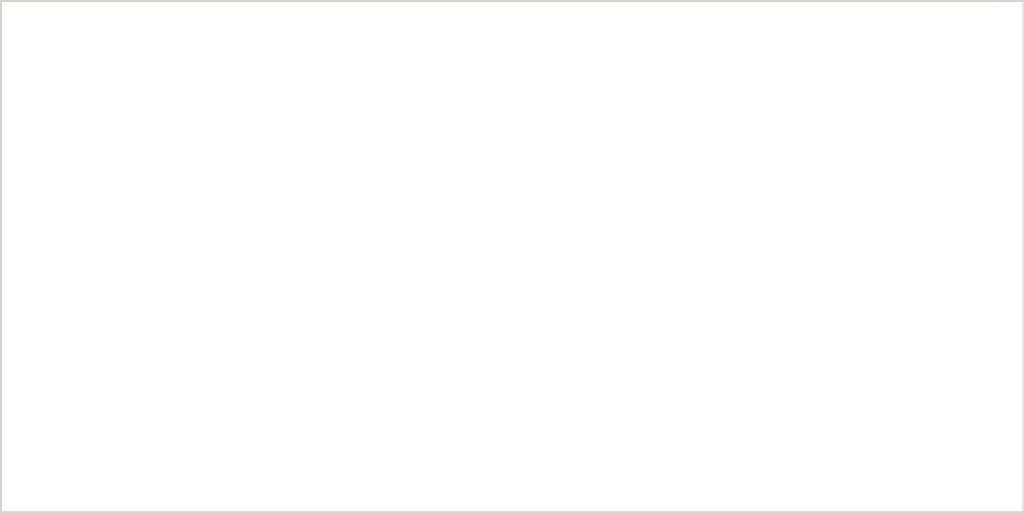
<source format=kicad_pcb>
(kicad_pcb (version 20211014) (generator pcbnew)

  (general
    (thickness 1.6)
  )

  (paper "A4")
  (layers
    (0 "F.Cu" signal)
    (31 "B.Cu" signal)
    (32 "B.Adhes" user "B.Adhesive")
    (33 "F.Adhes" user "F.Adhesive")
    (34 "B.Paste" user)
    (35 "F.Paste" user)
    (36 "B.SilkS" user "B.Silkscreen")
    (37 "F.SilkS" user "F.Silkscreen")
    (38 "B.Mask" user)
    (39 "F.Mask" user)
    (40 "Dwgs.User" user "User.Drawings")
    (41 "Cmts.User" user "User.Comments")
    (42 "Eco1.User" user "User.Eco1")
    (43 "Eco2.User" user "User.Eco2")
    (44 "Edge.Cuts" user)
    (45 "Margin" user)
    (46 "B.CrtYd" user "B.Courtyard")
    (47 "F.CrtYd" user "F.Courtyard")
    (48 "B.Fab" user)
    (49 "F.Fab" user)
    (50 "User.1" user)
    (51 "User.2" user)
    (52 "User.3" user)
    (53 "User.4" user)
    (54 "User.5" user)
    (55 "User.6" user)
    (56 "User.7" user)
    (57 "User.8" user)
    (58 "User.9" user)
  )

  (setup
    (pad_to_mask_clearance 0)
    (aux_axis_origin 101.6 101.6)
    (pcbplotparams
      (layerselection 0x00010fc_ffffffff)
      (disableapertmacros false)
      (usegerberextensions false)
      (usegerberattributes true)
      (usegerberadvancedattributes true)
      (creategerberjobfile true)
      (svguseinch false)
      (svgprecision 6)
      (excludeedgelayer true)
      (plotframeref false)
      (viasonmask false)
      (mode 1)
      (useauxorigin false)
      (hpglpennumber 1)
      (hpglpenspeed 20)
      (hpglpendiameter 15.000000)
      (dxfpolygonmode true)
      (dxfimperialunits true)
      (dxfusepcbnewfont true)
      (psnegative false)
      (psa4output false)
      (plotreference true)
      (plotvalue true)
      (plotinvisibletext false)
      (sketchpadsonfab false)
      (subtractmaskfromsilk false)
      (outputformat 1)
      (mirror false)
      (drillshape 1)
      (scaleselection 1)
      (outputdirectory "")
    )
  )

  (net 0 "")

  (gr_rect (start 101.6 76.2) (end 152.4 101.6) (layer "Edge.Cuts") (width 0.1) (fill none) (tstamp 38c7e459-0a7b-42a9-8d43-6fff1283ff10))

)

</source>
